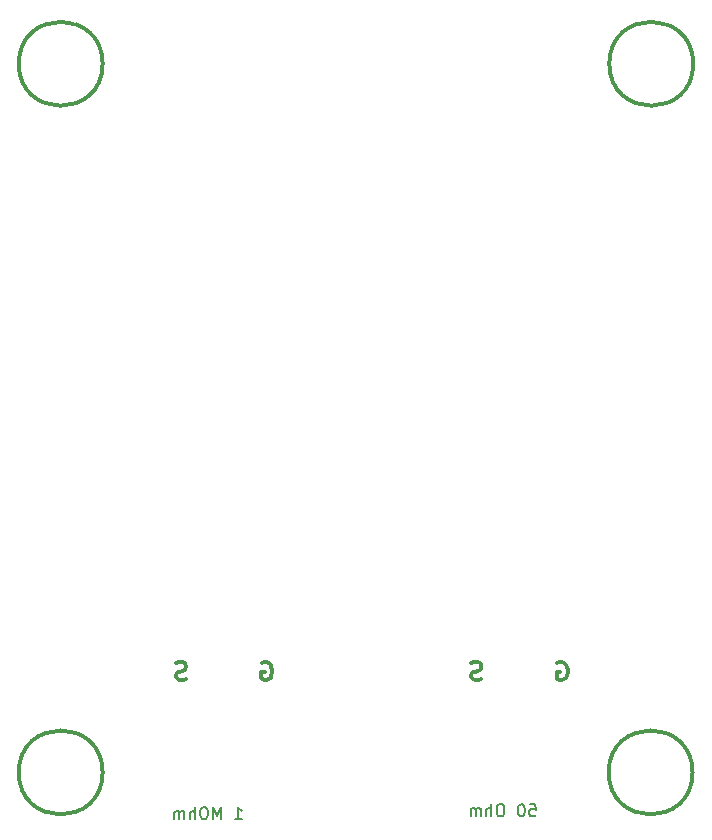
<source format=gbr>
%TF.GenerationSoftware,KiCad,Pcbnew,(6.0.4)*%
%TF.CreationDate,2022-11-12T18:53:05-06:00*%
%TF.ProjectId,Signalyzer,5369676e-616c-4797-9a65-722e6b696361,rev?*%
%TF.SameCoordinates,Original*%
%TF.FileFunction,Legend,Bot*%
%TF.FilePolarity,Positive*%
%FSLAX46Y46*%
G04 Gerber Fmt 4.6, Leading zero omitted, Abs format (unit mm)*
G04 Created by KiCad (PCBNEW (6.0.4)) date 2022-11-12 18:53:05*
%MOMM*%
%LPD*%
G01*
G04 APERTURE LIST*
%ADD10C,0.300000*%
%ADD11C,0.150000*%
G04 APERTURE END LIST*
D10*
X169303168Y-122000000D02*
G75*
G03*
X169303168Y-122000000I-3553168J0D01*
G01*
X119356336Y-122000000D02*
G75*
G03*
X119356336Y-122000000I-3553168J0D01*
G01*
X169356336Y-62000000D02*
G75*
G03*
X169356336Y-62000000I-3553168J0D01*
G01*
X119356336Y-62000000D02*
G75*
G03*
X119356336Y-62000000I-3553168J0D01*
G01*
X126428571Y-114107142D02*
X126214285Y-114178571D01*
X125857142Y-114178571D01*
X125714285Y-114107142D01*
X125642857Y-114035714D01*
X125571428Y-113892857D01*
X125571428Y-113750000D01*
X125642857Y-113607142D01*
X125714285Y-113535714D01*
X125857142Y-113464285D01*
X126142857Y-113392857D01*
X126285714Y-113321428D01*
X126357142Y-113250000D01*
X126428571Y-113107142D01*
X126428571Y-112964285D01*
X126357142Y-112821428D01*
X126285714Y-112750000D01*
X126142857Y-112678571D01*
X125785714Y-112678571D01*
X125571428Y-112750000D01*
X151428571Y-114107142D02*
X151214285Y-114178571D01*
X150857142Y-114178571D01*
X150714285Y-114107142D01*
X150642857Y-114035714D01*
X150571428Y-113892857D01*
X150571428Y-113750000D01*
X150642857Y-113607142D01*
X150714285Y-113535714D01*
X150857142Y-113464285D01*
X151142857Y-113392857D01*
X151285714Y-113321428D01*
X151357142Y-113250000D01*
X151428571Y-113107142D01*
X151428571Y-112964285D01*
X151357142Y-112821428D01*
X151285714Y-112750000D01*
X151142857Y-112678571D01*
X150785714Y-112678571D01*
X150571428Y-112750000D01*
X132857142Y-112750000D02*
X133000000Y-112678571D01*
X133214285Y-112678571D01*
X133428571Y-112750000D01*
X133571428Y-112892857D01*
X133642857Y-113035714D01*
X133714285Y-113321428D01*
X133714285Y-113535714D01*
X133642857Y-113821428D01*
X133571428Y-113964285D01*
X133428571Y-114107142D01*
X133214285Y-114178571D01*
X133071428Y-114178571D01*
X132857142Y-114107142D01*
X132785714Y-114035714D01*
X132785714Y-113535714D01*
X133071428Y-113535714D01*
X157857142Y-112750000D02*
X158000000Y-112678571D01*
X158214285Y-112678571D01*
X158428571Y-112750000D01*
X158571428Y-112892857D01*
X158642857Y-113035714D01*
X158714285Y-113321428D01*
X158714285Y-113535714D01*
X158642857Y-113821428D01*
X158571428Y-113964285D01*
X158428571Y-114107142D01*
X158214285Y-114178571D01*
X158071428Y-114178571D01*
X157857142Y-114107142D01*
X157785714Y-114035714D01*
X157785714Y-113535714D01*
X158071428Y-113535714D01*
D11*
X130559523Y-125952380D02*
X131130952Y-125952380D01*
X130845238Y-125952380D02*
X130845238Y-124952380D01*
X130940476Y-125095238D01*
X131035714Y-125190476D01*
X131130952Y-125238095D01*
X129369047Y-125952380D02*
X129369047Y-124952380D01*
X129035714Y-125666666D01*
X128702380Y-124952380D01*
X128702380Y-125952380D01*
X128035714Y-124952380D02*
X127845238Y-124952380D01*
X127750000Y-125000000D01*
X127654761Y-125095238D01*
X127607142Y-125285714D01*
X127607142Y-125619047D01*
X127654761Y-125809523D01*
X127750000Y-125904761D01*
X127845238Y-125952380D01*
X128035714Y-125952380D01*
X128130952Y-125904761D01*
X128226190Y-125809523D01*
X128273809Y-125619047D01*
X128273809Y-125285714D01*
X128226190Y-125095238D01*
X128130952Y-125000000D01*
X128035714Y-124952380D01*
X127178571Y-125952380D02*
X127178571Y-124952380D01*
X126750000Y-125952380D02*
X126750000Y-125428571D01*
X126797619Y-125333333D01*
X126892857Y-125285714D01*
X127035714Y-125285714D01*
X127130952Y-125333333D01*
X127178571Y-125380952D01*
X126273809Y-125952380D02*
X126273809Y-125285714D01*
X126273809Y-125380952D02*
X126226190Y-125333333D01*
X126130952Y-125285714D01*
X125988095Y-125285714D01*
X125892857Y-125333333D01*
X125845238Y-125428571D01*
X125845238Y-125952380D01*
X125845238Y-125428571D02*
X125797619Y-125333333D01*
X125702380Y-125285714D01*
X125559523Y-125285714D01*
X125464285Y-125333333D01*
X125416666Y-125428571D01*
X125416666Y-125952380D01*
X155511904Y-124702380D02*
X155988095Y-124702380D01*
X156035714Y-125178571D01*
X155988095Y-125130952D01*
X155892857Y-125083333D01*
X155654761Y-125083333D01*
X155559523Y-125130952D01*
X155511904Y-125178571D01*
X155464285Y-125273809D01*
X155464285Y-125511904D01*
X155511904Y-125607142D01*
X155559523Y-125654761D01*
X155654761Y-125702380D01*
X155892857Y-125702380D01*
X155988095Y-125654761D01*
X156035714Y-125607142D01*
X154845238Y-124702380D02*
X154750000Y-124702380D01*
X154654761Y-124750000D01*
X154607142Y-124797619D01*
X154559523Y-124892857D01*
X154511904Y-125083333D01*
X154511904Y-125321428D01*
X154559523Y-125511904D01*
X154607142Y-125607142D01*
X154654761Y-125654761D01*
X154750000Y-125702380D01*
X154845238Y-125702380D01*
X154940476Y-125654761D01*
X154988095Y-125607142D01*
X155035714Y-125511904D01*
X155083333Y-125321428D01*
X155083333Y-125083333D01*
X155035714Y-124892857D01*
X154988095Y-124797619D01*
X154940476Y-124750000D01*
X154845238Y-124702380D01*
X153130952Y-124702380D02*
X152940476Y-124702380D01*
X152845238Y-124750000D01*
X152750000Y-124845238D01*
X152702380Y-125035714D01*
X152702380Y-125369047D01*
X152750000Y-125559523D01*
X152845238Y-125654761D01*
X152940476Y-125702380D01*
X153130952Y-125702380D01*
X153226190Y-125654761D01*
X153321428Y-125559523D01*
X153369047Y-125369047D01*
X153369047Y-125035714D01*
X153321428Y-124845238D01*
X153226190Y-124750000D01*
X153130952Y-124702380D01*
X152273809Y-125702380D02*
X152273809Y-124702380D01*
X151845238Y-125702380D02*
X151845238Y-125178571D01*
X151892857Y-125083333D01*
X151988095Y-125035714D01*
X152130952Y-125035714D01*
X152226190Y-125083333D01*
X152273809Y-125130952D01*
X151369047Y-125702380D02*
X151369047Y-125035714D01*
X151369047Y-125130952D02*
X151321428Y-125083333D01*
X151226190Y-125035714D01*
X151083333Y-125035714D01*
X150988095Y-125083333D01*
X150940476Y-125178571D01*
X150940476Y-125702380D01*
X150940476Y-125178571D02*
X150892857Y-125083333D01*
X150797619Y-125035714D01*
X150654761Y-125035714D01*
X150559523Y-125083333D01*
X150511904Y-125178571D01*
X150511904Y-125702380D01*
M02*

</source>
